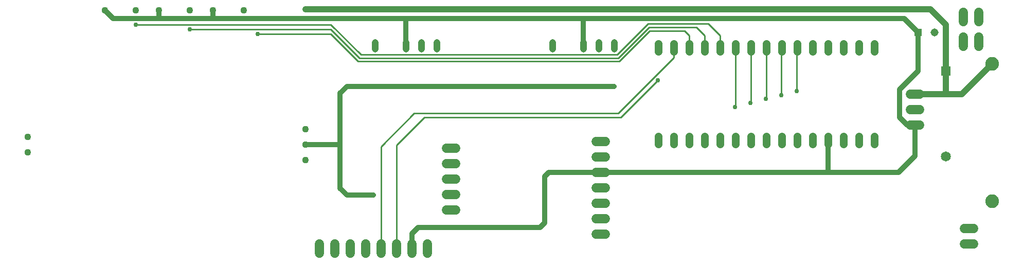
<source format=gbr>
G04 EAGLE Gerber RS-274X export*
G75*
%MOMM*%
%FSLAX34Y34*%
%LPD*%
%INBottom Copper*%
%IPPOS*%
%AMOC8*
5,1,8,0,0,1.08239X$1,22.5*%
G01*
%ADD10C,1.524000*%
%ADD11C,1.108000*%
%ADD12R,1.308000X1.308000*%
%ADD13C,1.308000*%
%ADD14R,1.650000X1.650000*%
%ADD15C,1.650000*%
%ADD16C,2.250000*%
%ADD17C,1.108000*%
%ADD18C,1.308000*%
%ADD19C,0.756400*%
%ADD20C,0.812800*%
%ADD21C,0.254000*%
%ADD22C,1.016000*%


D10*
X1567180Y58420D02*
X1582420Y58420D01*
X1582420Y33020D02*
X1567180Y33020D01*
D11*
X330200Y417340D03*
X381000Y417340D03*
X241300Y417340D03*
X292100Y417340D03*
X152400Y417340D03*
X203200Y417340D03*
D12*
X1491000Y381000D03*
D13*
X1518500Y381000D03*
D14*
X1536700Y317500D03*
D15*
X1536700Y176500D03*
D16*
X1612900Y102900D03*
X1612900Y328900D03*
D10*
X683260Y33020D02*
X683260Y17780D01*
X657860Y17780D02*
X657860Y33020D01*
X632460Y33020D02*
X632460Y17780D01*
X607060Y17780D02*
X607060Y33020D01*
X581660Y33020D02*
X581660Y17780D01*
X556260Y17780D02*
X556260Y33020D01*
X530860Y33020D02*
X530860Y17780D01*
X505460Y17780D02*
X505460Y33020D01*
X1590700Y398780D02*
X1590700Y414020D01*
X1565300Y414020D02*
X1565300Y398780D01*
X1590700Y373380D02*
X1590700Y358140D01*
X1565300Y358140D02*
X1565300Y373380D01*
D17*
X647700Y365040D02*
X647700Y353960D01*
X673100Y353960D02*
X673100Y365040D01*
X698500Y365040D02*
X698500Y353960D01*
X596900Y353960D02*
X596900Y365040D01*
X939800Y365040D02*
X939800Y353960D01*
X965200Y353960D02*
X965200Y365040D01*
X990600Y365040D02*
X990600Y353960D01*
X889000Y353960D02*
X889000Y365040D01*
D18*
X1418900Y362140D02*
X1418900Y349060D01*
X1393500Y349060D02*
X1393500Y362140D01*
X1368100Y362140D02*
X1368100Y349060D01*
X1342700Y349060D02*
X1342700Y362140D01*
X1317300Y362140D02*
X1317300Y349060D01*
X1291900Y349060D02*
X1291900Y362140D01*
X1266500Y362140D02*
X1266500Y349060D01*
X1241100Y349060D02*
X1241100Y362140D01*
X1215700Y362140D02*
X1215700Y349060D01*
X1190300Y349060D02*
X1190300Y362140D01*
X1164900Y362140D02*
X1164900Y349060D01*
X1139500Y349060D02*
X1139500Y362140D01*
X1418900Y209740D02*
X1418900Y196660D01*
X1393500Y196660D02*
X1393500Y209740D01*
X1368100Y209740D02*
X1368100Y196660D01*
X1215700Y196660D02*
X1215700Y209740D01*
X1190300Y209740D02*
X1190300Y196660D01*
X1164900Y196660D02*
X1164900Y209740D01*
X1139500Y209740D02*
X1139500Y196660D01*
X1063300Y196660D02*
X1063300Y209740D01*
X1063300Y349060D02*
X1063300Y362140D01*
X1088700Y362140D02*
X1088700Y349060D01*
X1114100Y349060D02*
X1114100Y362140D01*
X1088700Y209740D02*
X1088700Y196660D01*
X1114100Y196660D02*
X1114100Y209740D01*
X1342700Y209740D02*
X1342700Y196660D01*
X1241100Y196660D02*
X1241100Y209740D01*
X1266500Y209740D02*
X1266500Y196660D01*
X1291900Y196660D02*
X1291900Y209740D01*
X1317300Y209740D02*
X1317300Y196660D01*
D11*
X482600Y171100D03*
X482600Y196500D03*
X482600Y221900D03*
X25400Y183800D03*
X25400Y209200D03*
D10*
X714880Y88900D02*
X730120Y88900D01*
X730120Y114300D02*
X714880Y114300D01*
X714880Y139700D02*
X730120Y139700D01*
X730120Y165100D02*
X714880Y165100D01*
X714880Y190500D02*
X730120Y190500D01*
X961080Y48800D02*
X976320Y48800D01*
X976320Y74200D02*
X961080Y74200D01*
X961080Y99600D02*
X976320Y99600D01*
X976320Y125000D02*
X961080Y125000D01*
X961080Y150400D02*
X976320Y150400D01*
X976320Y175800D02*
X961080Y175800D01*
X961080Y201200D02*
X976320Y201200D01*
X1478280Y279400D02*
X1493520Y279400D01*
X1493520Y254000D02*
X1478280Y254000D01*
X1478280Y228600D02*
X1493520Y228600D01*
D19*
X596900Y292100D03*
D20*
X551180Y292100D01*
X539750Y280670D01*
D19*
X990600Y292100D03*
D20*
X965200Y292100D01*
X889000Y292100D01*
X698500Y292100D01*
X673100Y292100D01*
X596900Y292100D01*
D19*
X673100Y292100D03*
X698500Y292100D03*
X889000Y292100D03*
X965200Y292100D03*
X594360Y113030D03*
D20*
X551180Y113030D01*
X539750Y124460D01*
X539750Y196850D02*
X539750Y280670D01*
X539750Y196850D02*
X539750Y124460D01*
X539400Y196500D02*
X482600Y196500D01*
X539400Y196500D02*
X539750Y196850D01*
D21*
X1190300Y258486D02*
X1190300Y355600D01*
X1190300Y258486D02*
X1189990Y258176D01*
D19*
X1189990Y258176D03*
D21*
X1215700Y265062D02*
X1215700Y355600D01*
X1215700Y265062D02*
X1215390Y264752D01*
D19*
X1215390Y264752D03*
D21*
X1241100Y271638D02*
X1241100Y355600D01*
X1241100Y271638D02*
X1240790Y271328D01*
D19*
X1240790Y271328D03*
X1266190Y277904D03*
D21*
X1266190Y355290D01*
X1266500Y355600D01*
D19*
X1291590Y284480D03*
D21*
X1291590Y355290D01*
X1291900Y355600D01*
D20*
X1473200Y228600D02*
X1485900Y228600D01*
X1473200Y228600D02*
X1460500Y241300D01*
X1460500Y287000D01*
X1491000Y317500D02*
X1491000Y381000D01*
X1491000Y317500D02*
X1460500Y287000D01*
X165880Y403860D02*
X152400Y417340D01*
X241300Y403860D02*
X330200Y403860D01*
X241300Y403860D02*
X165880Y403860D01*
X647700Y403860D02*
X939800Y403860D01*
X1468140Y403860D01*
X1491000Y381000D01*
X939800Y359500D02*
X939800Y403860D01*
X647700Y403860D02*
X647700Y359500D01*
X241300Y403860D02*
X241300Y417340D01*
X330200Y417340D02*
X330200Y403860D01*
X519430Y403860D01*
X647700Y403860D01*
X968700Y150400D02*
X1342390Y150400D01*
X1458500Y150400D01*
X1485900Y177800D02*
X1485900Y228600D01*
X1485900Y177800D02*
X1458500Y150400D01*
X1342700Y150710D02*
X1342700Y203200D01*
X1342700Y150710D02*
X1342390Y150400D01*
X657860Y49530D02*
X657860Y25400D01*
X668020Y59690D02*
X868680Y59690D01*
X876300Y67310D01*
X876300Y143510D01*
X883190Y150400D01*
X968700Y150400D01*
X668020Y59690D02*
X657860Y49530D01*
D19*
X519430Y403860D03*
X203200Y393700D03*
D21*
X524510Y393700D01*
X574040Y344170D01*
X995680Y344170D01*
X1046480Y394970D01*
X1164900Y375610D02*
X1164900Y355600D01*
X1164900Y375610D02*
X1145540Y394970D01*
X1046480Y394970D01*
D19*
X292100Y386080D03*
D21*
X997363Y338836D02*
X1048084Y389556D01*
X571754Y338836D02*
X524510Y386080D01*
X571754Y338836D02*
X997363Y338836D01*
X524510Y386080D02*
X292100Y386080D01*
X1139500Y375920D02*
X1139500Y355600D01*
X1139500Y375920D02*
X1125864Y389556D01*
X1048084Y389556D01*
X568801Y333502D02*
X523843Y378460D01*
X568801Y333502D02*
X998982Y333502D01*
X1049020Y383540D01*
D19*
X403860Y378460D03*
D21*
X523843Y378460D01*
X1049020Y383540D02*
X1106480Y383540D01*
X1114100Y375920D02*
X1114100Y355600D01*
X1114100Y375920D02*
X1106480Y383540D01*
D22*
X1563400Y279400D02*
X1612900Y328900D01*
X1563400Y279400D02*
X1536700Y279400D01*
X1485900Y279400D01*
X1536700Y279400D02*
X1536700Y317500D01*
X1536700Y393700D01*
X1511300Y419100D01*
D19*
X482600Y419100D03*
D22*
X1511300Y419100D01*
D19*
X1062990Y302260D03*
D21*
X1002030Y241300D01*
X678180Y241300D01*
X632460Y195580D02*
X632460Y25400D01*
X632460Y195580D02*
X678180Y241300D01*
X607060Y193040D02*
X607060Y25400D01*
X661670Y247650D02*
X997260Y247650D01*
X1088700Y339090D01*
X1088700Y355600D01*
X661670Y247650D02*
X607060Y193040D01*
M02*

</source>
